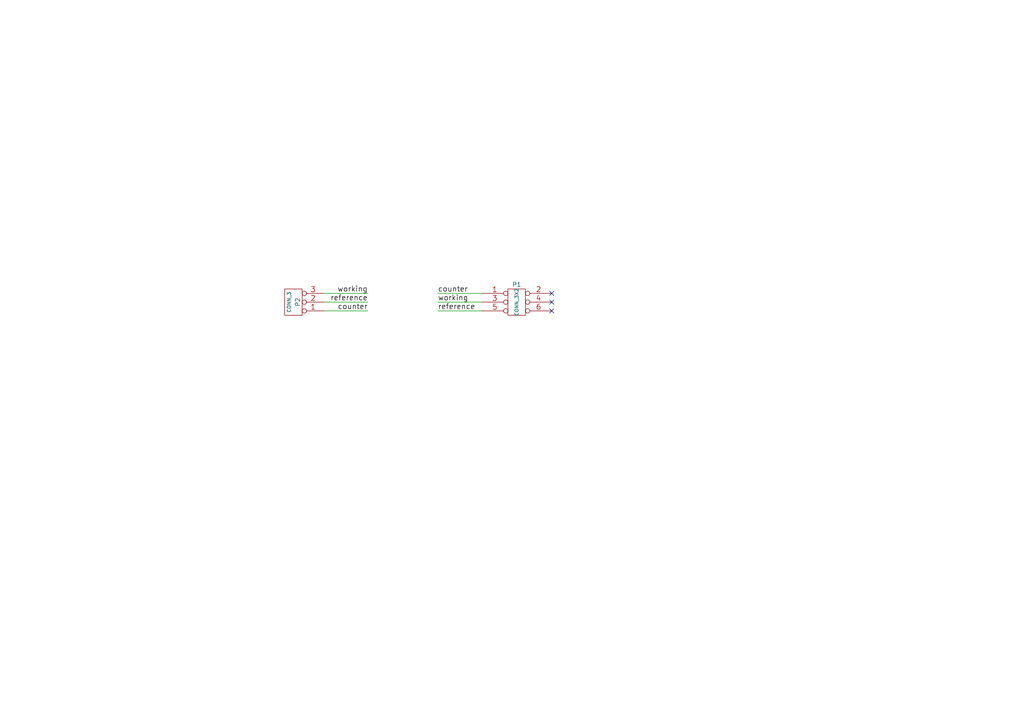
<source format=kicad_sch>
(kicad_sch (version 20230121) (generator eeschema)
  (paper "A4")
  (title_block (date "13 sep 2014"))
  (lib_symbols
    (symbol "cheapstat_adapter_B-rescue:CONN_3" (pin_names (offset 1.016) hide)
      (property "Reference" "K" (at -1.27 0 90))
      (property "Value" "CONN_3" (at 1.27 0 90))
      (symbol "CONN_3_0_1"
        (rectangle (start -2.54 3.81) (end 2.54 -3.81))
      )
      (symbol "CONN_3_1_1"
        (pin passive inverted (at -8.89 2.54 0) (length 6.35) (name "P1") (number "1"))
        (pin passive inverted (at -8.89 0 0) (length 6.35) (name "PM") (number "2"))
        (pin passive inverted (at -8.89 -2.54 0) (length 6.35) (name "P3") (number "3"))
      )
    )
    (symbol "cheapstat_adapter_B-rescue:CONN_3X2" (pin_names (offset 1.016) hide)
      (property "Reference" "P" (at 0 6.35 0))
      (property "Value" "CONN_3X2" (at 0 1.27 90))
      (symbol "CONN_3X2_0_1"
        (rectangle (start -2.54 5.08) (end 2.54 -2.54))
      )
      (symbol "CONN_3X2_1_1"
        (pin passive inverted (at -10.16 3.81 0) (length 7.62) (name "1") (number "1"))
        (pin passive inverted (at 10.16 3.81 180) (length 7.62) (name "2") (number "2"))
        (pin passive inverted (at -10.16 1.27 0) (length 7.62) (name "3") (number "3"))
        (pin passive inverted (at 10.16 1.27 180) (length 7.62) (name "4") (number "4"))
        (pin passive inverted (at -10.16 -1.27 0) (length 7.62) (name "5") (number "5"))
        (pin passive inverted (at 10.16 -1.27 180) (length 7.62) (name "6") (number "6"))
      )
    )
  )
  (no_connect (at 160.02 90.17))
  (no_connect (at 160.02 87.63))
  (no_connect (at 160.02 85.09))
  (wire (pts (xy 93.98 87.63) (xy 106.68 87.63)))
  (wire (pts (xy 139.7 87.63) (xy 127 87.63)))
  (wire (pts (xy 93.98 90.17) (xy 106.68 90.17)))
  (wire (pts (xy 93.98 85.09) (xy 106.68 85.09)))
  (wire (pts (xy 139.7 85.09) (xy 127 85.09)))
  (wire (pts (xy 139.7 90.17) (xy 127 90.17)))
  (label "working" (at 106.68 85.09 180) (effects (font (size 1.524 1.524))))
  (label "working" (at 127 87.63 0) (effects (font (size 1.524 1.524))))
  (label "counter" (at 106.68 90.17 180) (effects (font (size 1.524 1.524))))
  (label "reference" (at 106.68 87.63 180) (effects (font (size 1.524 1.524))))
  (label "counter" (at 127 85.09 0) (effects (font (size 1.524 1.524))))
  (label "reference" (at 127 90.17 0) (effects (font (size 1.524 1.524))))
  (symbol (lib_id "cheapstat_adapter_B-rescue:CONN_3X2") (at 149.86 88.9 0) (unit 1)
    (property "Reference" "P1" (at 149.86 82.55 0))
    (property "Value" "CONN_3X2" (at 149.86 87.63 90) (effects (font (size 1.016 1.016))))
    (property "Footprint" "card_edge_3x2:CARD_EDGE_3x2" (effects hide))
  )
  (symbol (lib_id "cheapstat_adapter_B-rescue:CONN_3") (at 85.09 87.63 180) (unit 1)
    (property "Reference" "P2" (at 86.36 87.63 90))
    (property "Value" "CONN_3" (at 83.82 87.63 90) (effects (font (size 1.016 1.016))))
    (property "Footprint" "pin_array_3x1:PIN_ARRAY_3X1" (effects hide))
  )
)
</source>
